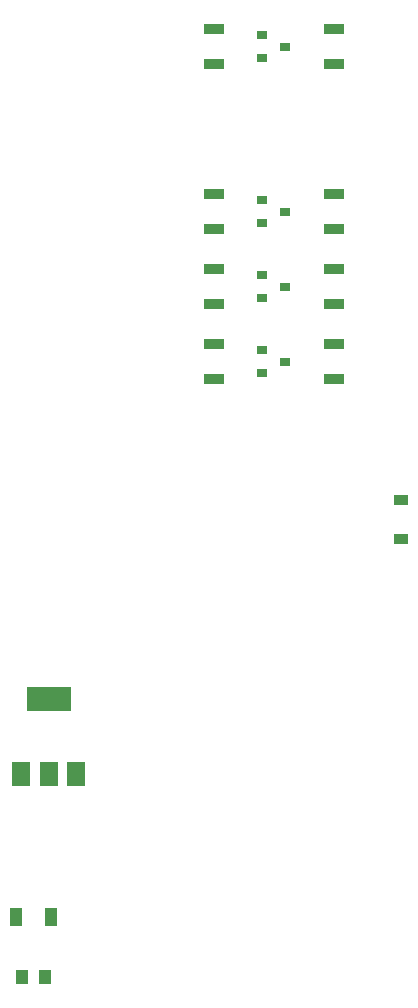
<source format=gtp>
G04 #@! TF.FileFunction,Paste,Top*
%FSLAX46Y46*%
G04 Gerber Fmt 4.6, Leading zero omitted, Abs format (unit mm)*
G04 Created by KiCad (PCBNEW 4.0.4-stable) date 12/14/17 11:03:47*
%MOMM*%
%LPD*%
G01*
G04 APERTURE LIST*
%ADD10C,0.250000*%
%ADD11R,1.000000X1.600000*%
%ADD12R,1.000000X1.250000*%
%ADD13R,0.900000X0.800000*%
%ADD14R,1.700000X0.900000*%
%ADD15R,1.200000X0.900000*%
%ADD16R,3.800000X2.000000*%
%ADD17R,1.500000X2.000000*%
G04 APERTURE END LIST*
D10*
D11*
X89130000Y-148590000D03*
X86130000Y-148590000D03*
D12*
X88630000Y-153670000D03*
X86630000Y-153670000D03*
D13*
X106950000Y-100650000D03*
X106950000Y-102550000D03*
X108950000Y-101600000D03*
X106950000Y-94300000D03*
X106950000Y-96200000D03*
X108950000Y-95250000D03*
X106950000Y-87950000D03*
X106950000Y-89850000D03*
X108950000Y-88900000D03*
X106950000Y-73980000D03*
X106950000Y-75880000D03*
X108950000Y-74930000D03*
D14*
X102870000Y-100150000D03*
X102870000Y-103050000D03*
X102870000Y-93800000D03*
X102870000Y-96700000D03*
X102870000Y-87450000D03*
X102870000Y-90350000D03*
X102870000Y-73480000D03*
X102870000Y-76380000D03*
X113030000Y-100150000D03*
X113030000Y-103050000D03*
X113030000Y-93800000D03*
X113030000Y-96700000D03*
X113030000Y-87450000D03*
X113030000Y-90350000D03*
X113030000Y-73480000D03*
X113030000Y-76380000D03*
D15*
X118745000Y-116585000D03*
X118745000Y-113285000D03*
D16*
X88900000Y-130200000D03*
D17*
X88900000Y-136500000D03*
X91200000Y-136500000D03*
X86600000Y-136500000D03*
M02*

</source>
